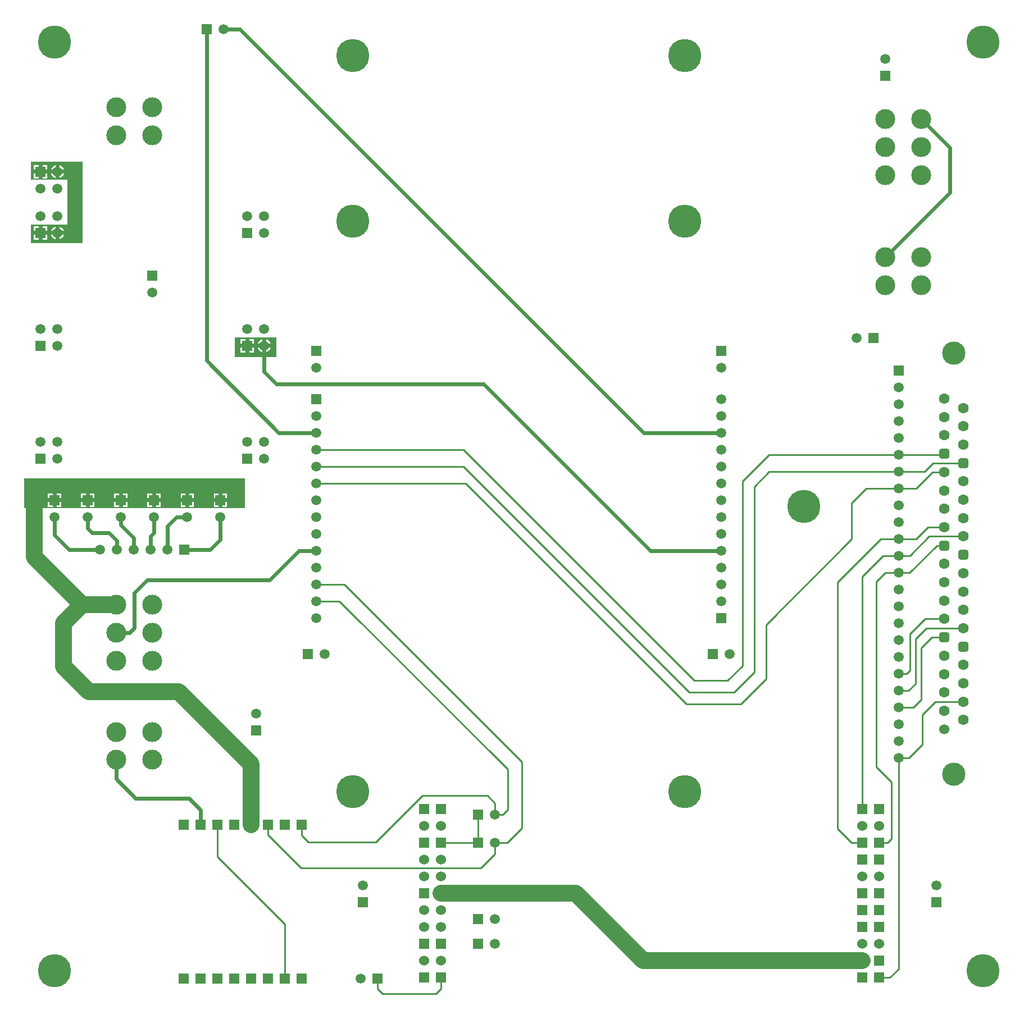
<source format=gtl>
G04*
G04 #@! TF.GenerationSoftware,Altium Limited,Altium Designer,18.0.9 (584)*
G04*
G04 Layer_Physical_Order=1*
G04 Layer_Color=255*
%FSLAX43Y43*%
%MOMM*%
G71*
G01*
G75*
%ADD10C,0.254*%
%ADD25C,0.600*%
%ADD26C,2.540*%
%ADD27C,3.000*%
%ADD28C,1.500*%
%ADD29R,1.500X1.500*%
%ADD30R,1.500X1.500*%
%ADD31C,1.600*%
G04:AMPARAMS|DCode=32|XSize=1.524mm|YSize=1.524mm|CornerRadius=0.381mm|HoleSize=0mm|Usage=FLASHONLY|Rotation=90.000|XOffset=0mm|YOffset=0mm|HoleType=Round|Shape=RoundedRectangle|*
%AMROUNDEDRECTD32*
21,1,1.524,0.762,0,0,90.0*
21,1,0.762,1.524,0,0,90.0*
1,1,0.762,0.381,0.381*
1,1,0.762,0.381,-0.381*
1,1,0.762,-0.381,-0.381*
1,1,0.762,-0.381,0.381*
%
%ADD32ROUNDEDRECTD32*%
%ADD33C,1.524*%
%ADD34C,3.500*%
%ADD35C,5.000*%
G36*
X33750Y74750D02*
X500D01*
Y79250D01*
X33750D01*
Y74750D01*
D02*
G37*
G36*
X9250Y114750D02*
X1500D01*
Y117500D01*
X7000D01*
Y124250D01*
X1500D01*
Y127000D01*
X9250D01*
Y114750D01*
D02*
G37*
G36*
X38500Y97500D02*
X32250D01*
Y100500D01*
X38500D01*
Y97500D01*
D02*
G37*
%LPC*%
G36*
X21055Y76954D02*
X20351D01*
Y76250D01*
X21055D01*
Y76954D01*
D02*
G37*
G36*
X19751D02*
X19047D01*
Y76250D01*
X19751D01*
Y76954D01*
D02*
G37*
G36*
X11055D02*
X10351D01*
Y76250D01*
X11055D01*
Y76954D01*
D02*
G37*
G36*
X6055D02*
X5351D01*
Y76250D01*
X6055D01*
Y76954D01*
D02*
G37*
G36*
X4751D02*
X4047D01*
Y76250D01*
X4751D01*
Y76954D01*
D02*
G37*
G36*
X9751D02*
X9047D01*
Y76250D01*
X9751D01*
Y76954D01*
D02*
G37*
G36*
X16055D02*
X15351D01*
Y76250D01*
X16055D01*
Y76954D01*
D02*
G37*
G36*
X14751D02*
X14047D01*
Y76250D01*
X14751D01*
Y76954D01*
D02*
G37*
G36*
X31055D02*
X30351D01*
Y76250D01*
X31055D01*
Y76954D01*
D02*
G37*
G36*
X26055D02*
X25351D01*
Y76250D01*
X26055D01*
Y76954D01*
D02*
G37*
G36*
X29751D02*
X29047D01*
Y76250D01*
X29751D01*
Y76954D01*
D02*
G37*
G36*
X24751D02*
X24047D01*
Y76250D01*
X24751D01*
Y76954D01*
D02*
G37*
G36*
X31055Y75650D02*
X30351D01*
Y74946D01*
X31055D01*
Y75650D01*
D02*
G37*
G36*
X29751D02*
X29047D01*
Y74946D01*
X29751D01*
Y75650D01*
D02*
G37*
G36*
X26055D02*
X25351D01*
Y74946D01*
X26055D01*
Y75650D01*
D02*
G37*
G36*
X24751D02*
X24047D01*
Y74946D01*
X24751D01*
Y75650D01*
D02*
G37*
G36*
X21055Y75650D02*
X20351D01*
Y74946D01*
X21055D01*
Y75650D01*
D02*
G37*
G36*
X19751D02*
X19047D01*
Y74946D01*
X19751D01*
Y75650D01*
D02*
G37*
G36*
X16055Y75650D02*
X15351D01*
Y74946D01*
X16055D01*
Y75650D01*
D02*
G37*
G36*
X14751D02*
X14047D01*
Y74946D01*
X14751D01*
Y75650D01*
D02*
G37*
G36*
X11055Y75650D02*
X10351D01*
Y74946D01*
X11055D01*
Y75650D01*
D02*
G37*
G36*
X9751D02*
X9047D01*
Y74946D01*
X9751D01*
Y75650D01*
D02*
G37*
G36*
X6055D02*
X5351D01*
Y74946D01*
X6055D01*
Y75650D01*
D02*
G37*
G36*
X4751D02*
X4047D01*
Y74946D01*
X4751D01*
Y75650D01*
D02*
G37*
G36*
X5776Y126463D02*
Y125800D01*
X6438D01*
X6353Y126007D01*
X6192Y126216D01*
X5982Y126377D01*
X5776Y126463D01*
D02*
G37*
G36*
X3940Y126504D02*
X3236D01*
Y125800D01*
X3940D01*
Y126504D01*
D02*
G37*
G36*
X5176Y126463D02*
X4969Y126377D01*
X4760Y126216D01*
X4599Y126007D01*
X4513Y125800D01*
X5176D01*
Y126463D01*
D02*
G37*
G36*
X2636Y126504D02*
X1932D01*
Y125800D01*
X2636D01*
Y126504D01*
D02*
G37*
G36*
X5176Y125200D02*
X4513D01*
X4599Y124994D01*
X4760Y124784D01*
X4969Y124623D01*
X5176Y124538D01*
Y125200D01*
D02*
G37*
G36*
X6438D02*
X5776D01*
Y124538D01*
X5982Y124623D01*
X6192Y124784D01*
X6353Y124994D01*
X6438Y125200D01*
D02*
G37*
G36*
X3940D02*
X3236D01*
Y124496D01*
X3940D01*
Y125200D01*
D02*
G37*
G36*
X2636D02*
X1932D01*
Y124496D01*
X2636D01*
Y125200D01*
D02*
G37*
G36*
X5776Y117212D02*
Y116550D01*
X6438D01*
X6353Y116756D01*
X6192Y116966D01*
X5982Y117127D01*
X5776Y117212D01*
D02*
G37*
G36*
X3940Y117254D02*
X3236D01*
Y116550D01*
X3940D01*
Y117254D01*
D02*
G37*
G36*
X5176Y117212D02*
X4969Y117127D01*
X4760Y116966D01*
X4599Y116756D01*
X4513Y116550D01*
X5176D01*
Y117212D01*
D02*
G37*
G36*
X2636Y117254D02*
X1932D01*
Y116550D01*
X2636D01*
Y117254D01*
D02*
G37*
G36*
X5176Y115950D02*
X4513D01*
X4599Y115744D01*
X4760Y115534D01*
X4969Y115373D01*
X5176Y115288D01*
Y115950D01*
D02*
G37*
G36*
X6438D02*
X5776D01*
Y115288D01*
X5982Y115373D01*
X6192Y115534D01*
X6353Y115744D01*
X6438Y115950D01*
D02*
G37*
G36*
X3940D02*
X3236D01*
Y115246D01*
X3940D01*
Y115950D01*
D02*
G37*
G36*
X2636D02*
X1932D01*
Y115246D01*
X2636D01*
Y115950D01*
D02*
G37*
G36*
X36939Y100212D02*
Y99550D01*
X37602D01*
X37516Y99756D01*
X37355Y99966D01*
X37145Y100127D01*
X36939Y100212D01*
D02*
G37*
G36*
X35103Y100254D02*
X34399D01*
Y99550D01*
X35103D01*
Y100254D01*
D02*
G37*
G36*
X36339Y100212D02*
X36133Y100127D01*
X35923Y99966D01*
X35762Y99756D01*
X35677Y99550D01*
X36339D01*
Y100212D01*
D02*
G37*
G36*
X33799Y100254D02*
X33095D01*
Y99550D01*
X33799D01*
Y100254D01*
D02*
G37*
G36*
X37602Y98950D02*
X36939D01*
Y98288D01*
X37145Y98373D01*
X37355Y98534D01*
X37516Y98744D01*
X37602Y98950D01*
D02*
G37*
G36*
X36339D02*
X35677D01*
X35762Y98744D01*
X35923Y98534D01*
X36133Y98373D01*
X36339Y98288D01*
Y98950D01*
D02*
G37*
G36*
X35103D02*
X34399D01*
Y98246D01*
X35103D01*
Y98950D01*
D02*
G37*
G36*
X33799D02*
X33095D01*
Y98246D01*
X33799D01*
Y98950D01*
D02*
G37*
%LPD*%
D10*
X106500Y48750D02*
X108732Y50982D01*
X101500Y48750D02*
X106500D01*
X99609Y50641D02*
X101500Y48750D01*
X108732Y78800D02*
X108732Y50982D01*
X110500Y78000D02*
X110500Y50000D01*
X107500Y47000D02*
X110500Y50000D01*
X100750Y47000D02*
X107500D01*
X97841Y49909D02*
X100750Y47000D01*
X112268Y49018D02*
Y57168D01*
X108500Y45250D02*
X112268Y49018D01*
X100250Y45250D02*
X108500D01*
X96250Y49250D02*
X100250Y45250D01*
X135839Y39100D02*
Y43589D01*
X137819Y45569D01*
X142023D01*
X48715Y63285D02*
X75500Y36500D01*
Y26500D02*
Y36500D01*
X73295Y24295D02*
X75500Y26500D01*
X44520Y63285D02*
X48715D01*
X132250Y82800D02*
X139021D01*
X137460Y81560D02*
X142023D01*
X136160Y80260D02*
X137460Y81560D01*
X132250Y80260D02*
X136160D01*
X137389Y80189D02*
X139178D01*
X134920Y77720D02*
X137389Y80189D01*
X132250Y77720D02*
X134920D01*
X136683Y71883D02*
X139178D01*
X134900Y70100D02*
X136683Y71883D01*
X132250Y70100D02*
X134900D01*
X136886Y70486D02*
X142023D01*
X133960Y67560D02*
X136886Y70486D01*
X132250Y67560D02*
X133960D01*
X138014Y69114D02*
X139178D01*
X133920Y65020D02*
X138014Y69114D01*
X132250Y65020D02*
X133920D01*
X134800Y55000D02*
X136443Y56643D01*
X134800Y48281D02*
Y55000D01*
X133760Y47240D02*
X134800Y48281D01*
X136240Y58040D02*
X139178D01*
X134000Y55800D02*
X136240Y58040D01*
X134000Y50300D02*
Y55800D01*
X133480Y49780D02*
X134000Y50300D01*
X132250Y49780D02*
X133480D01*
X136443Y56643D02*
X142023D01*
X137271Y55271D02*
X139178D01*
X135700Y53700D02*
X137271Y55271D01*
X135700Y45900D02*
Y53700D01*
X134500Y44700D02*
X135700Y45900D01*
X132250Y44700D02*
X134500D01*
X133820Y37080D02*
X135839Y39100D01*
X132250Y47240D02*
X133760D01*
X132250Y37080D02*
X133820D01*
X128900Y35700D02*
Y63641D01*
X130280Y65020D01*
X132250D01*
X129960Y67560D02*
X132250D01*
X126816Y64416D02*
X129960Y67560D01*
X129600Y70100D02*
X132250D01*
X127420Y77720D02*
X132250D01*
Y5250D02*
Y37080D01*
X128900Y35700D02*
X131200Y33400D01*
Y24900D02*
Y33400D01*
X126816Y29375D02*
Y64416D01*
X123100Y63600D02*
X129600Y70100D01*
X108732Y78800D02*
X112733Y82800D01*
X132250D01*
X110500Y78000D02*
X112760Y80260D01*
X132250D01*
X125200Y75500D02*
X127420Y77720D01*
X125200Y70100D02*
Y75500D01*
X112268Y57168D02*
X125200Y70100D01*
X130600Y24300D02*
X131200Y24900D01*
X129361Y24300D02*
X130600D01*
X129356Y24295D02*
X129361Y24300D01*
X123100Y26400D02*
Y63600D01*
Y26400D02*
X125205Y24295D01*
X126816D01*
X130975Y3975D02*
X132250Y5250D01*
X129356Y3975D02*
X130975D01*
X69272Y20472D02*
X71445Y22645D01*
X42228Y20472D02*
X69272D01*
X37225Y25475D02*
X42228Y20472D01*
X66645Y83605D02*
X99609Y50641D01*
X44520Y83605D02*
X66645D01*
X66685Y81065D02*
X97841Y49909D01*
X44520Y81065D02*
X66685D01*
X66975Y78525D02*
X96250Y49250D01*
X44520Y78525D02*
X66975D01*
X63316Y2316D02*
Y3975D01*
X62500Y1500D02*
X63316Y2316D01*
X54500Y1500D02*
X62500D01*
X53700Y2300D02*
X54500Y1500D01*
X53700Y2300D02*
Y3800D01*
X71445Y28543D02*
Y30255D01*
X70300Y31400D02*
X71445Y30255D01*
X73400Y29300D02*
Y35350D01*
X72643Y28543D02*
X73400Y29300D01*
X71445Y28543D02*
X72643D01*
X48005Y60745D02*
X73400Y35350D01*
X71445Y24295D02*
X73295D01*
X60500Y31400D02*
X70300D01*
X53500Y24400D02*
X60500Y31400D01*
X42305Y25395D02*
X43300Y24400D01*
X53500D01*
X42305Y25395D02*
Y27036D01*
X29605Y22195D02*
X39765Y12035D01*
X29605Y22195D02*
Y27036D01*
X39765Y3820D02*
Y12035D01*
X63316Y24295D02*
X68905D01*
Y28543D01*
X44520Y60745D02*
X48005D01*
X37225Y25475D02*
Y27036D01*
X71445Y22645D02*
Y24295D01*
D25*
X130250Y112585D02*
X140000Y122335D01*
Y129090D01*
X135672Y133417D02*
X140000Y129090D01*
X38500Y93500D02*
X69750D01*
X36639Y95361D02*
X38500Y93500D01*
X36639Y95361D02*
Y99250D01*
X5051Y70699D02*
Y73410D01*
Y70699D02*
X7250Y68500D01*
X11899D01*
X10051Y71699D02*
Y73410D01*
Y71699D02*
X10750Y71000D01*
X13250D01*
X14439Y69811D01*
Y68500D02*
Y69811D01*
X30051Y70051D02*
Y73410D01*
X28500Y68500D02*
X30051Y70051D01*
X24599Y68500D02*
X28500D01*
X23410Y73410D02*
X25051D01*
X22059Y72059D02*
X23410Y73410D01*
X22059Y68500D02*
Y72059D01*
X16979Y68500D02*
Y70271D01*
X15051Y72199D02*
X16979Y70271D01*
X15051Y72199D02*
Y73410D01*
X20051Y71051D02*
Y73410D01*
X19519Y70519D02*
X20051Y71051D01*
X19519Y68500D02*
Y70519D01*
X41900Y68365D02*
X44520D01*
X37435Y63900D02*
X41900Y68365D01*
X19000Y63900D02*
X37435D01*
X17100Y62000D02*
X19000Y63900D01*
X17100Y56700D02*
Y62000D01*
X16368Y55968D02*
X17100Y56700D01*
X14328Y55968D02*
X16368D01*
X17250Y31000D02*
X25315D01*
X14327Y33923D02*
X17250Y31000D01*
X14327Y33923D02*
Y36800D01*
X27065Y27036D02*
Y29250D01*
X25315Y31000D02*
X27065Y29250D01*
X93855Y86145D02*
X105520D01*
X33000Y147000D02*
X93855Y86145D01*
X30540Y147000D02*
X33000D01*
X69750Y93500D02*
X94885Y68365D01*
X105520D01*
X28000Y97000D02*
X38855Y86145D01*
X44520D01*
X28000Y97000D02*
X28000Y147000D01*
D26*
X2000Y75950D02*
X2800D01*
X2000Y67370D02*
Y75950D01*
Y67370D02*
X9185Y60185D01*
X14328Y60185D01*
X6400Y57400D02*
X9185Y60185D01*
X6400Y57400D02*
X6400Y50900D01*
X10200Y47100D01*
X23715D01*
X93805Y6500D02*
X93820Y6515D01*
X126816D01*
X83629Y16675D02*
X93805Y6500D01*
X63316Y16675D02*
X83629D01*
X34685Y27036D02*
Y36130D01*
X23715Y47100D02*
X34685Y36130D01*
D27*
X19750Y41000D02*
D03*
Y36800D02*
D03*
X14327Y41000D02*
D03*
Y36800D02*
D03*
X19750Y135211D02*
D03*
Y131011D02*
D03*
X14327Y135211D02*
D03*
Y131011D02*
D03*
X130250Y108385D02*
D03*
Y112585D02*
D03*
X135673Y108385D02*
D03*
Y112585D02*
D03*
X130250Y129200D02*
D03*
X135673D02*
D03*
X130250Y133417D02*
D03*
X135673Y124982D02*
D03*
X130250D02*
D03*
X135672Y133417D02*
D03*
X19750Y55968D02*
D03*
X14328D02*
D03*
X19750Y51750D02*
D03*
X14328Y60185D02*
D03*
X19750D02*
D03*
X14328Y51750D02*
D03*
D28*
X19749Y107250D02*
D03*
X71445Y28543D02*
D03*
X71445Y9055D02*
D03*
Y12805D02*
D03*
X130249Y142490D02*
D03*
X125960Y100449D02*
D03*
X137949Y17890D02*
D03*
X51499D02*
D03*
X35399Y43783D02*
D03*
X20051Y73410D02*
D03*
X5051D02*
D03*
X25051D02*
D03*
X10051D02*
D03*
X30051D02*
D03*
X15051D02*
D03*
X132250Y37080D02*
D03*
Y39620D02*
D03*
Y42160D02*
D03*
Y44700D02*
D03*
Y47240D02*
D03*
Y49780D02*
D03*
Y52320D02*
D03*
Y54860D02*
D03*
Y57400D02*
D03*
Y59940D02*
D03*
Y62480D02*
D03*
Y65020D02*
D03*
Y67560D02*
D03*
Y70100D02*
D03*
Y72640D02*
D03*
Y75180D02*
D03*
Y77720D02*
D03*
Y80260D02*
D03*
Y82800D02*
D03*
Y85340D02*
D03*
Y87880D02*
D03*
Y90420D02*
D03*
Y92960D02*
D03*
X5476Y118790D02*
D03*
X2936D02*
D03*
X5476Y116250D02*
D03*
Y101790D02*
D03*
X2936D02*
D03*
X5476Y99250D02*
D03*
X5476Y84790D02*
D03*
X2936D02*
D03*
X5476Y82250D02*
D03*
X36639Y118790D02*
D03*
X34099D02*
D03*
X36639Y116250D02*
D03*
Y101790D02*
D03*
X34099D02*
D03*
X36639Y99250D02*
D03*
Y84790D02*
D03*
X34099D02*
D03*
X36639Y82250D02*
D03*
X22059Y68500D02*
D03*
X19519D02*
D03*
X16979D02*
D03*
X14439D02*
D03*
X11899D02*
D03*
X30540Y147000D02*
D03*
X51160Y3800D02*
D03*
X5476Y122960D02*
D03*
X2936D02*
D03*
X5476Y125500D02*
D03*
X71445Y24295D02*
D03*
X105520Y95960D02*
D03*
X44520Y95960D02*
D03*
X106790Y52770D02*
D03*
X45790Y52770D02*
D03*
X105520Y91225D02*
D03*
Y88685D02*
D03*
Y86145D02*
D03*
Y83605D02*
D03*
Y81065D02*
D03*
Y78525D02*
D03*
Y75985D02*
D03*
Y73445D02*
D03*
Y70905D02*
D03*
Y68365D02*
D03*
Y65825D02*
D03*
Y63285D02*
D03*
Y60745D02*
D03*
X44520Y58205D02*
D03*
Y60745D02*
D03*
Y63285D02*
D03*
Y65825D02*
D03*
Y68365D02*
D03*
Y70905D02*
D03*
Y73445D02*
D03*
Y75985D02*
D03*
Y78525D02*
D03*
Y81065D02*
D03*
Y83605D02*
D03*
Y86145D02*
D03*
Y88685D02*
D03*
D29*
X19749Y109790D02*
D03*
X130249Y139950D02*
D03*
X137949Y15350D02*
D03*
X51499D02*
D03*
X35399Y41243D02*
D03*
X20051Y75950D02*
D03*
X5051D02*
D03*
X25051D02*
D03*
X10051D02*
D03*
X30051D02*
D03*
X15051D02*
D03*
X27040Y3820D02*
D03*
X24500D02*
D03*
X32145Y27036D02*
D03*
X34685D02*
D03*
X29605D02*
D03*
X27065D02*
D03*
X24525D02*
D03*
X29605Y3820D02*
D03*
X32145D02*
D03*
X34685D02*
D03*
X42305Y27036D02*
D03*
X39765D02*
D03*
X37225D02*
D03*
Y3820D02*
D03*
X39765D02*
D03*
X42305D02*
D03*
X132250Y95500D02*
D03*
X60776Y29375D02*
D03*
Y24295D02*
D03*
X129356Y29375D02*
D03*
X60776Y16675D02*
D03*
Y9055D02*
D03*
Y3975D02*
D03*
X126816Y6515D02*
D03*
X63316Y16675D02*
D03*
Y29375D02*
D03*
Y24295D02*
D03*
X126816Y14135D02*
D03*
X129356Y3975D02*
D03*
Y21755D02*
D03*
Y11595D02*
D03*
X126816Y3975D02*
D03*
Y21755D02*
D03*
Y11595D02*
D03*
X129356Y6515D02*
D03*
Y16675D02*
D03*
X126816Y24295D02*
D03*
X63316Y3975D02*
D03*
X126816Y16675D02*
D03*
X129356Y24295D02*
D03*
X63316Y9055D02*
D03*
X129356Y14135D02*
D03*
X126816Y29375D02*
D03*
X2936Y116250D02*
D03*
Y99250D02*
D03*
X2936Y82250D02*
D03*
X34099Y116250D02*
D03*
Y99250D02*
D03*
Y82250D02*
D03*
X2936Y125500D02*
D03*
X105520Y98500D02*
D03*
X44520Y98500D02*
D03*
X105520Y58205D02*
D03*
X44520Y91225D02*
D03*
D30*
X68905Y28543D02*
D03*
X68905Y9055D02*
D03*
Y12805D02*
D03*
X128500Y100449D02*
D03*
X24599Y68500D02*
D03*
X28000Y147000D02*
D03*
X53700Y3800D02*
D03*
X68905Y24295D02*
D03*
X104250Y52770D02*
D03*
X43250Y52770D02*
D03*
D31*
X139178Y91263D02*
D03*
X142023Y89866D02*
D03*
Y87098D02*
D03*
Y84329D02*
D03*
X139178Y85726D02*
D03*
Y77420D02*
D03*
X142023Y78792D02*
D03*
Y76023D02*
D03*
X139178Y74652D02*
D03*
Y80189D02*
D03*
Y71883D02*
D03*
X142023Y70486D02*
D03*
X139178Y63577D02*
D03*
X142023Y62180D02*
D03*
Y64949D02*
D03*
X139178Y60809D02*
D03*
X142023Y59412D02*
D03*
Y56643D02*
D03*
X139178Y52503D02*
D03*
Y46966D02*
D03*
Y49734D02*
D03*
X142023Y48337D02*
D03*
Y45569D02*
D03*
X139178Y44197D02*
D03*
Y88495D02*
D03*
Y58040D02*
D03*
X142023Y73255D02*
D03*
X139178Y66346D02*
D03*
X142023Y42800D02*
D03*
Y51106D02*
D03*
D32*
X139178Y82957D02*
D03*
Y69114D02*
D03*
X142023Y67717D02*
D03*
Y53874D02*
D03*
X139178Y55271D02*
D03*
X142023Y81560D02*
D03*
D33*
X139178Y41428D02*
D03*
X63316Y6515D02*
D03*
X60776D02*
D03*
Y11595D02*
D03*
X63316D02*
D03*
Y14135D02*
D03*
X60776D02*
D03*
X63316Y19215D02*
D03*
X60776D02*
D03*
X63316Y21755D02*
D03*
X60776D02*
D03*
X63316Y26835D02*
D03*
X60776D02*
D03*
X129356D02*
D03*
X126816D02*
D03*
X129356Y19215D02*
D03*
X126816D02*
D03*
X129356Y9055D02*
D03*
X126816D02*
D03*
D34*
X140601Y98096D02*
D03*
Y34596D02*
D03*
D35*
X50000Y143000D02*
D03*
X100000D02*
D03*
X118000Y75000D02*
D03*
X100000Y32000D02*
D03*
Y118000D02*
D03*
X50000D02*
D03*
Y32000D02*
D03*
X145000Y5000D02*
D03*
X145000Y145000D02*
D03*
X5000D02*
D03*
X5000Y5000D02*
D03*
M02*

</source>
